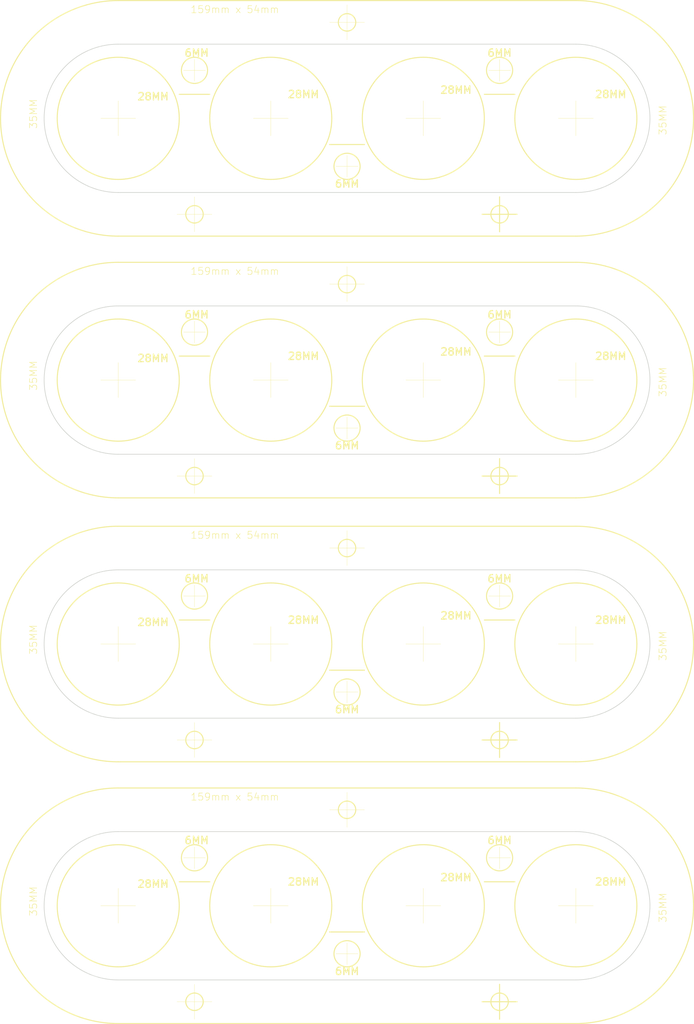
<source format=kicad_pcb>
(kicad_pcb
	(version 20241229)
	(generator "pcbnew")
	(generator_version "9.0")
	(general
		(thickness 1.6)
		(legacy_teardrops no)
	)
	(paper "A4")
	(layers
		(0 "F.Cu" signal)
		(2 "B.Cu" signal)
		(9 "F.Adhes" user "F.Adhesive")
		(11 "B.Adhes" user "B.Adhesive")
		(13 "F.Paste" user)
		(15 "B.Paste" user)
		(5 "F.SilkS" user "F.Silkscreen")
		(7 "B.SilkS" user "B.Silkscreen")
		(1 "F.Mask" user)
		(3 "B.Mask" user)
		(17 "Dwgs.User" user "User.Drawings")
		(19 "Cmts.User" user "User.Comments")
		(21 "Eco1.User" user "User.Eco1")
		(23 "Eco2.User" user "User.Eco2")
		(25 "Edge.Cuts" user)
		(27 "Margin" user)
		(31 "F.CrtYd" user "F.Courtyard")
		(29 "B.CrtYd" user "B.Courtyard")
		(35 "F.Fab" user)
		(33 "B.Fab" user)
		(39 "User.1" user)
		(41 "User.2" user)
		(43 "User.3" user)
		(45 "User.4" user)
	)
	(setup
		(pad_to_mask_clearance 0)
		(allow_soldermask_bridges_in_footprints no)
		(tenting front back)
		(pcbplotparams
			(layerselection 0x00000000_00000000_55555555_5755f5ff)
			(plot_on_all_layers_selection 0x00000000_00000000_00000000_00000000)
			(disableapertmacros no)
			(usegerberextensions no)
			(usegerberattributes yes)
			(usegerberadvancedattributes yes)
			(creategerberjobfile yes)
			(dashed_line_dash_ratio 12.000000)
			(dashed_line_gap_ratio 3.000000)
			(svgprecision 4)
			(plotframeref no)
			(mode 1)
			(useauxorigin no)
			(hpglpennumber 1)
			(hpglpenspeed 20)
			(hpglpendiameter 15.000000)
			(pdf_front_fp_property_popups yes)
			(pdf_back_fp_property_popups yes)
			(pdf_metadata yes)
			(pdf_single_document no)
			(dxfpolygonmode yes)
			(dxfimperialunits yes)
			(dxfusepcbnewfont yes)
			(psnegative no)
			(psa4output no)
			(plot_black_and_white yes)
			(sketchpadsonfab no)
			(plotpadnumbers no)
			(hidednponfab no)
			(sketchdnponfab yes)
			(crossoutdnponfab yes)
			(subtractmaskfromsilk no)
			(outputformat 1)
			(mirror no)
			(drillshape 1)
			(scaleselection 1)
			(outputdirectory "")
		)
	)
	(net 0 "")
	(gr_arc
		(start 201.0011 168.2536)
		(mid 228.0011 195.2536)
		(end 201.0011 222.2536)
		(stroke
			(width 0.254)
			(type solid)
		)
		(layer "F.SilkS")
		(uuid "003f3722-b5b8-42d3-b8ba-87330a556a11")
	)
	(gr_circle
		(center 96.0011 74.7536)
		(end 110.0011 74.7536)
		(stroke
			(width 0.254)
			(type solid)
		)
		(fill no)
		(layer "F.SilkS")
		(uuid "03fbe0d3-409e-4ecb-b92b-e27806a83b32")
	)
	(gr_line
		(start 113.5011 157.2536)
		(end 113.5011 161.2536)
		(stroke
			(width 0.0762)
			(type solid)
		)
		(layer "F.SilkS")
		(uuid "053957f1-6979-4a76-aa54-7942df8d5dc5")
	)
	(gr_line
		(start 144.5011 80.7536)
		(end 152.5011 80.7536)
		(stroke
			(width 0.254)
			(type solid)
		)
		(layer "F.SilkS")
		(uuid "07e7a6f1-c604-4adb-b071-d74191764c50")
	)
	(gr_line
		(start 148.5011 -7.2464)
		(end 152.5011 -7.2464)
		(stroke
			(width 0.0762)
			(type solid)
		)
		(layer "F.SilkS")
		(uuid "09515e87-2b03-46f9-844b-d89683a2d512")
	)
	(gr_circle
		(center 166.0011 135.2536)
		(end 180.0011 135.2536)
		(stroke
			(width 0.254)
			(type solid)
		)
		(fill no)
		(layer "F.SilkS")
		(uuid "0a3d3f33-e302-4087-b691-977ccbbf6d36")
	)
	(gr_circle
		(center 148.5011 25.7536)
		(end 151.5011 25.7536)
		(stroke
			(width 0.254)
			(type solid)
		)
		(fill no)
		(layer "F.SilkS")
		(uuid "0a6b00c4-d71c-4909-9df1-47b38215973f")
	)
	(gr_line
		(start 127.0011 74.7536)
		(end 135.0011 74.7536)
		(stroke
			(width 0.0762)
			(type solid)
		)
		(layer "F.SilkS")
		(uuid "0b7f3abb-88b2-4b2e-b2f6-82c6e09b9955")
	)
	(gr_circle
		(center 96.0011 14.7536)
		(end 110.0011 14.7536)
		(stroke
			(width 0.254)
			(type solid)
		)
		(fill no)
		(layer "F.SilkS")
		(uuid "0bb8d25f-d821-4a62-aeda-ce5c297dbf63")
	)
	(gr_circle
		(center 201.0011 195.2536)
		(end 215.0011 195.2536)
		(stroke
			(width 0.254)
			(type solid)
		)
		(fill no)
		(layer "F.SilkS")
		(uuid "0dc039b5-9cfe-48f9-9f51-e22861c423b9")
	)
	(gr_line
		(start 201.0011 168.2536)
		(end 96.0011 168.2536)
		(stroke
			(width 0.254)
			(type solid)
		)
		(layer "F.SilkS")
		(uuid "0ef68711-3c45-4871-8e30-29faed1ff33a")
	)
	(gr_line
		(start 113.5011 157.2536)
		(end 113.5011 153.2536)
		(stroke
			(width 0.0762)
			(type solid)
		)
		(layer "F.SilkS")
		(uuid "107cab2b-bd71-4ed6-b173-d23de43afc2e")
	)
	(gr_line
		(start 131.0011 78.7536)
		(end 131.0011 70.7536)
		(stroke
			(width 0.0762)
			(type solid)
		)
		(layer "F.SilkS")
		(uuid "108c92c2-c46d-4018-8918-7da53226b970")
	)
	(gr_line
		(start 92.0011 195.2536)
		(end 100.0011 195.2536)
		(stroke
			(width 0.0762)
			(type solid)
		)
		(layer "F.SilkS")
		(uuid "131d9315-f83a-4794-9b07-d23c5eb625a7")
	)
	(gr_line
		(start 110.0011 69.2536)
		(end 117.0011 69.2536)
		(stroke
			(width 0.254)
			(type solid)
		)
		(layer "F.SilkS")
		(uuid "13b2a7b5-ec2c-4ad7-9833-446a7e9fbe4d")
	)
	(gr_line
		(start 162.0011 74.7536)
		(end 170.0011 74.7536)
		(stroke
			(width 0.0762)
			(type solid)
		)
		(layer "F.SilkS")
		(uuid "13e42db6-5c33-4e21-a3a2-6e6c8bed7cb6")
	)
	(gr_circle
		(center 183.5011 217.2536)
		(end 185.5011 217.2536)
		(stroke
			(width 0.254)
			(type solid)
		)
		(fill no)
		(layer "F.SilkS")
		(uuid "14b238cd-3fc8-4a32-8503-38bf54f099b5")
	)
	(gr_line
		(start 111.0011 184.2536)
		(end 116.0011 184.2536)
		(stroke
			(width 0.0762)
			(type solid)
		)
		(layer "F.SilkS")
		(uuid "17286939-bec2-4166-b369-9422cee24bae")
	)
	(gr_line
		(start 117.5011 157.2536)
		(end 113.5011 157.2536)
		(stroke
			(width 0.0762)
			(type solid)
		)
		(layer "F.SilkS")
		(uuid "1911e1b2-7509-4045-a7ba-d794bc6907fb")
	)
	(gr_circle
		(center 183.5011 157.2536)
		(end 185.5011 157.2536)
		(stroke
			(width 0.254)
			(type solid)
		)
		(fill no)
		(layer "F.SilkS")
		(uuid "1a3728de-84f2-41ce-bbc9-9feb63eaaf82")
	)
	(gr_line
		(start 148.5011 113.2536)
		(end 152.5011 113.2536)
		(stroke
			(width 0.0762)
			(type solid)
		)
		(layer "F.SilkS")
		(uuid "1af89b0c-7b53-4209-8d91-5cd2f9f5f889")
	)
	(gr_line
		(start 148.5011 113.2536)
		(end 148.5011 117.2536)
		(stroke
			(width 0.0762)
			(type solid)
		)
		(layer "F.SilkS")
		(uuid "1b6c04e5-5cd1-45d4-8b2e-2aa2488abb28")
	)
	(gr_line
		(start 110.0011 129.7536)
		(end 117.0011 129.7536)
		(stroke
			(width 0.254)
			(type solid)
		)
		(layer "F.SilkS")
		(uuid "1c0fe677-20be-46b0-b3c7-eb802327436e")
	)
	(gr_circle
		(center 113.5011 157.2536)
		(end 115.5011 157.2536)
		(stroke
			(width 0.254)
			(type solid)
		)
		(fill no)
		(layer "F.SilkS")
		(uuid "1c4e894f-4e2b-405b-9643-6c6a9282aa89")
	)
	(gr_line
		(start 96.0011 199.2536)
		(end 96.0011 191.2536)
		(stroke
			(width 0.0762)
			(type solid)
		)
		(layer "F.SilkS")
		(uuid "1c6708fb-f614-4b3b-a1b8-4811f3aeecbc")
	)
	(gr_line
		(start 113.5011 96.7536)
		(end 113.5011 100.7536)
		(stroke
			(width 0.0762)
			(type solid)
		)
		(layer "F.SilkS")
		(uuid "1cbd2c78-2c08-4e18-aa32-3afd619aeee4")
	)
	(gr_line
		(start 166.0011 18.7536)
		(end 166.0011 10.7536)
		(stroke
			(width 0.0762)
			(type solid)
		)
		(layer "F.SilkS")
		(uuid "1f4687b1-122d-4df9-8a55-6440da70e39f")
	)
	(gr_line
		(start 96.0011 222.2536)
		(end 201.0011 222.2536)
		(stroke
			(width 0.254)
			(type solid)
		)
		(layer "F.SilkS")
		(uuid "20934163-7ace-4cfa-8ead-74d013218b7f")
	)
	(gr_line
		(start 113.5011 186.7536)
		(end 113.5011 181.7536)
		(stroke
			(width 0.0762)
			(type solid)
		)
		(layer "F.SilkS")
		(uuid "2220755a-711d-48c5-b321-855d98198050")
	)
	(gr_line
		(start 131.0011 199.2536)
		(end 131.0011 191.2536)
		(stroke
			(width 0.0762)
			(type solid)
		)
		(layer "F.SilkS")
		(uuid "225708f1-b8ac-44c5-873a-276849f6abf3")
	)
	(gr_circle
		(center 166.0011 14.7536)
		(end 180.0011 14.7536)
		(stroke
			(width 0.254)
			(type solid)
		)
		(fill no)
		(layer "F.SilkS")
		(uuid "22da9563-fece-475a-9ca2-3bd67752eadb")
	)
	(gr_arc
		(start 96.0011 101.7536)
		(mid 69.0011 74.7536)
		(end 96.0011 47.7536)
		(stroke
			(width 0.254)
			(type solid)
		)
		(layer "F.SilkS")
		(uuid "246fec4e-7d2a-4306-8940-8c63c7b027b6")
	)
	(gr_arc
		(start 201.0011 108.2536)
		(mid 228.0011 135.2536)
		(end 201.0011 162.2536)
		(stroke
			(width 0.254)
			(type solid)
		)
		(layer "F.SilkS")
		(uuid "259b2150-386d-4b09-8c9c-bd403aab04a5")
	)
	(gr_line
		(start 117.5011 96.7536)
		(end 113.5011 96.7536)
		(stroke
			(width 0.0762)
			(type solid)
		)
		(layer "F.SilkS")
		(uuid "28b95e05-b12c-4a6d-81c4-80c9507c7447")
	)
	(gr_line
		(start 183.5011 157.2536)
		(end 179.5011 157.2536)
		(stroke
			(width 0.254)
			(type solid)
		)
		(layer "F.SilkS")
		(uuid "2e0738e5-4174-4d33-8806-01f8321d59c1")
	)
	(gr_line
		(start 166.0011 139.2536)
		(end 166.0011 131.2536)
		(stroke
			(width 0.0762)
			(type solid)
		)
		(layer "F.SilkS")
		(uuid "2f411894-1c86-4f18-a50c-871fe6c029a7")
	)
	(gr_line
		(start 201.0011 139.2536)
		(end 201.0011 131.2536)
		(stroke
			(width 0.0762)
			(type solid)
		)
		(layer "F.SilkS")
		(uuid "311d72d4-d88d-4680-adc1-586249f85d84")
	)
	(gr_line
		(start 113.5011 36.7536)
		(end 109.5011 36.7536)
		(stroke
			(width 0.0762)
			(type solid)
		)
		(layer "F.SilkS")
		(uuid "3451a833-c5de-4f50-a255-cc0205bca3ae")
	)
	(gr_line
		(start 148.5011 173.2536)
		(end 148.5011 169.2536)
		(stroke
			(width 0.0762)
			(type solid)
		)
		(layer "F.SilkS")
		(uuid "38a75d75-4c7f-44b9-ba20-093ed0c49743")
	)
	(gr_line
		(start 183.5011 96.7536)
		(end 179.5011 96.7536)
		(stroke
			(width 0.254)
			(type solid)
		)
		(layer "F.SilkS")
		(uuid "3b1bd83f-e35f-447b-b7b0-0d349feb32e3")
	)
	(gr_line
		(start 183.5011 121.7536)
		(end 183.5011 126.7536)
		(stroke
			(width 0.0762)
			(type solid)
		)
		(layer "F.SilkS")
		(uuid "3bb09b49-9e0f-4e26-8dcd-d1e21d5d129f")
	)
	(gr_line
		(start 113.5011 217.2536)
		(end 109.5011 217.2536)
		(stroke
			(width 0.0762)
			(type solid)
		)
		(layer "F.SilkS")
		(uuid "3f460d40-46ea-4ffd-906a-1fac6c73ed88")
	)
	(gr_line
		(start 113.5011 66.2536)
		(end 113.5011 61.2536)
		(stroke
			(width 0.0762)
			(type solid)
		)
		(layer "F.SilkS")
		(uuid "409a52e6-a61b-4e47-acb9-355d84bb492b")
	)
	(gr_line
		(start 92.0011 74.7536)
		(end 100.0011 74.7536)
		(stroke
			(width 0.0762)
			(type solid)
		)
		(layer "F.SilkS")
		(uuid "4142d9af-fec2-4dcb-a4de-a68d3518c4fd")
	)
	(gr_circle
		(center 183.5011 184.2536)
		(end 186.5011 184.2536)
		(stroke
			(width 0.254)
			(type solid)
		)
		(fill no)
		(layer "F.SilkS")
		(uuid "41e5f00f-22ed-431b-a9ac-2bcd15a63d35")
	)
	(gr_line
		(start 183.5011 100.7536)
		(end 183.5011 96.7536)
		(stroke
			(width 0.254)
			(type solid)
		)
		(layer "F.SilkS")
		(uuid "43077b97-aa5c-4fee-9554-323c88fbe896")
	)
	(gr_line
		(start 96.0011 162.2536)
		(end 201.0011 162.2536)
		(stroke
			(width 0.254)
			(type solid)
		)
		(layer "F.SilkS")
		(uuid "43aba7aa-4030-4b63-8fa1-df7a4ef144ba")
	)
	(gr_line
		(start 113.5011 96.7536)
		(end 113.5011 92.7536)
		(stroke
			(width 0.0762)
			(type solid)
		)
		(layer "F.SilkS")
		(uuid "4678c473-7a4b-40c2-85da-9353fc83a610")
	)
	(gr_line
		(start 183.5011 36.7536)
		(end 183.5011 32.7536)
		(stroke
			(width 0.254)
			(type solid)
		)
		(layer "F.SilkS")
		(uuid "469622e2-94d9-4aec-8b2b-1788b6df87dd")
	)
	(gr_line
		(start 113.5011 157.2536)
		(end 109.5011 157.2536)
		(stroke
			(width 0.0762)
			(type solid)
		)
		(layer "F.SilkS")
		(uuid "47e677f6-cf60-4a57-ac46-cc6c7f1eba07")
	)
	(gr_arc
		(start 201.0011 47.7536)
		(mid 228.0011 74.7536)
		(end 201.0011 101.7536)
		(stroke
			(width 0.254)
			(type solid)
		)
		(layer "F.SilkS")
		(uuid "49ef935e-0eef-4294-9ed9-d48bfc3897b0")
	)
	(gr_line
		(start 162.0011 195.2536)
		(end 170.0011 195.2536)
		(stroke
			(width 0.0762)
			(type solid)
		)
		(layer "F.SilkS")
		(uuid "4a25bb77-a982-41a3-b8de-58806b0225ea")
	)
	(gr_line
		(start 181.0011 63.7536)
		(end 186.0011 63.7536)
		(stroke
			(width 0.0762)
			(type solid)
		)
		(layer "F.SilkS")
		(uuid "4bd93c82-7349-4930-863f-4f84b4b242c0")
	)
	(gr_line
		(start 148.5011 -7.2464)
		(end 148.5011 -3.2464)
		(stroke
			(width 0.0762)
			(type solid)
		)
		(layer "F.SilkS")
		(uuid "4d568023-c3c8-45bc-bce7-67af115aa4bf")
	)
	(gr_line
		(start 183.5011 96.7536)
		(end 183.5011 92.7536)
		(stroke
			(width 0.254)
			(type solid)
		)
		(layer "F.SilkS")
		(uuid "4fbcc565-70a7-4813-a59f-095ce9afa32c")
	)
	(gr_circle
		(center 113.5011 184.2536)
		(end 116.5011 184.2536)
		(stroke
			(width 0.254)
			(type solid)
		)
		(fill no)
		(layer "F.SilkS")
		(uuid "50565e4b-4863-4dbc-8b2c-6f0cfc49f224")
	)
	(gr_circle
		(center 201.0011 135.2536)
		(end 215.0011 135.2536)
		(stroke
			(width 0.254)
			(type solid)
		)
		(fill no)
		(layer "F.SilkS")
		(uuid "5184c75c-61c0-4903-b125-20c7522bb0dd")
	)
	(gr_line
		(start 110.0011 9.2536)
		(end 117.0011 9.2536)
		(stroke
			(width 0.254)
			(type solid)
		)
		(layer "F.SilkS")
		(uuid "53ff1da1-6022-4279-9f3a-1ced6669dffa")
	)
	(gr_circle
		(center 113.5011 36.7536)
		(end 115.5011 36.7536)
		(stroke
			(width 0.254)
			(type solid)
		)
		(fill no)
		(layer "F.SilkS")
		(uuid "56466d7a-b2d7-4306-abef-0a0b4b4678a9")
	)
	(gr_circle
		(center 183.5011 3.7536)
		(end 186.5011 3.7536)
		(stroke
			(width 0.254)
			(type solid)
		)
		(fill no)
		(layer "F.SilkS")
		(uuid "56827d67-5889-42ad-865a-7d1c206efeac")
	)
	(gr_line
		(start 148.5011 203.7536)
		(end 148.5011 208.7536)
		(stroke
			(width 0.0762)
			(type solid)
		)
		(layer "F.SilkS")
		(uuid "57f3a88d-b560-4d2b-8752-9746931142ab")
	)
	(gr_circle
		(center 113.5011 63.7536)
		(end 116.5011 63.7536)
		(stroke
			(width 0.254)
			(type solid)
		)
		(fill no)
		(layer "F.SilkS")
		(uuid "596891d7-4de1-4674-ad0c-067e16d09d91")
	)
	(gr_line
		(start 201.0011 18.7536)
		(end 201.0011 10.7536)
		(stroke
			(width 0.0762)
			(type solid)
		)
		(layer "F.SilkS")
		(uuid "5987871a-7ce6-49a5-ab40-5bc50051d970")
	)
	(gr_line
		(start 111.0011 3.7536)
		(end 116.0011 3.7536)
		(stroke
			(width 0.0762)
			(type solid)
		)
		(layer "F.SilkS")
		(uuid "5a8b3511-4dd8-4bf6-bf39-6f997440cc12")
	)
	(gr_line
		(start 197.0011 135.2536)
		(end 205.0011 135.2536)
		(stroke
			(width 0.0762)
			(type solid)
		)
		(layer "F.SilkS")
		(uuid "5bdbe8e2-c468-459b-9776-53dc5e1b85c2")
	)
	(gr_circle
		(center 166.0011 74.7536)
		(end 180.0011 74.7536)
		(stroke
			(width 0.254)
			(type solid)
		)
		(fill no)
		(layer "F.SilkS")
		(uuid "5d7a68cf-115f-475b-ba16-308d20442cc0")
	)
	(gr_line
		(start 144.5011 20.7536)
		(end 152.5011 20.7536)
		(stroke
			(width 0.254)
			(type solid)
		)
		(layer "F.SilkS")
		(uuid "5de1bd4c-6844-4571-a5cc-b331770b6988")
	)
	(gr_line
		(start 113.5011 96.7536)
		(end 109.5011 96.7536)
		(stroke
			(width 0.0762)
			(type solid)
		)
		(layer "F.SilkS")
		(uuid "5e4aac8c-26d6-4a13-a7cb-1c006050696c")
	)
	(gr_line
		(start 201.0011 47.7536)
		(end 96.0011 47.7536)
		(stroke
			(width 0.254)
			(type solid)
		)
		(layer "F.SilkS")
		(uuid "6082ded4-5955-484a-8f49-f0aa20bef517")
	)
	(gr_circle
		(center 113.5011 96.7536)
		(end 115.5011 96.7536)
		(stroke
			(width 0.254)
			(type solid)
		)
		(fill no)
		(layer "F.SilkS")
		(uuid "60f621f3-eb31-427f-b299-498a4df07705")
	)
	(gr_line
		(start 180.0011 69.2536)
		(end 187.0011 69.2536)
		(stroke
			(width 0.254)
			(type solid)
		)
		(layer "F.SilkS")
		(uuid "611dd888-beb1-4d70-b3fe-373d4fa8a745")
	)
	(gr_line
		(start 148.5011 -7.2464)
		(end 144.5011 -7.2464)
		(stroke
			(width 0.0762)
			(type solid)
		)
		(layer "F.SilkS")
		(uuid "626448e7-d570-4d69-bcb9-e8723d9eeeec")
	)
	(gr_line
		(start 144.5011 141.2536)
		(end 152.5011 141.2536)
		(stroke
			(width 0.254)
			(type solid)
		)
		(layer "F.SilkS")
		(uuid "62eedf16-d73f-405c-972e-d001fc43f21b")
	)
	(gr_line
		(start 127.0011 14.7536)
		(end 135.0011 14.7536)
		(stroke
			(width 0.0762)
			(type solid)
		)
		(layer "F.SilkS")
		(uuid "67cb12f4-f99b-4d44-b036-c2786ef1b7cf")
	)
	(gr_line
		(start 201.0011 199.2536)
		(end 201.0011 191.2536)
		(stroke
			(width 0.0762)
			(type solid)
		)
		(layer "F.SilkS")
		(uuid "6c1b06eb-1904-49b7-98d3-e5cae0917c59")
	)
	(gr_line
		(start 92.0011 135.2536)
		(end 100.0011 135.2536)
		(stroke
			(width 0.0762)
			(type solid)
		)
		(layer "F.SilkS")
		(uuid "6c7a49d8-af87-41cf-89e8-1fd88e94ecd8")
	)
	(gr_line
		(start 127.0011 195.2536)
		(end 135.0011 195.2536)
		(stroke
			(width 0.0762)
			(type solid)
		)
		(layer "F.SilkS")
		(uuid "6e1f16e0-6cb9-4bab-8aaf-80da0196b591")
	)
	(gr_circle
		(center 131.0011 74.7536)
		(end 145.0011 74.7536)
		(stroke
			(width 0.254)
			(type solid)
		)
		(fill no)
		(layer "F.SilkS")
		(uuid "709f28c7-069d-488c-9438-b16d22230748")
	)
	(gr_line
		(start 146.0011 25.7536)
		(end 151.0011 25.7536)
		(stroke
			(width 0.0762)
			(type solid)
		)
		(layer "F.SilkS")
		(uuid "72bfe446-1160-40a8-a3b3-9869c4b697eb")
	)
	(gr_circle
		(center 113.5011 124.2536)
		(end 116.5011 124.2536)
		(stroke
			(width 0.254)
			(type solid)
		)
		(fill no)
		(layer "F.SilkS")
		(uuid "7378e768-5750-47bb-ba4b-5dbc6eba3e0b")
	)
	(gr_line
		(start 146.0011 206.2536)
		(end 151.0011 206.2536)
		(stroke
			(width 0.0762)
			(type solid)
		)
		(layer "F.SilkS")
		(uuid "746cb2f3-4b7b-467d-9723-51d5c8db6f79")
	)
	(gr_line
		(start 111.0011 63.7536)
		(end 116.0011 63.7536)
		(stroke
			(width 0.0762)
			(type solid)
		)
		(layer "F.SilkS")
		(uuid "74736524-0edb-48b6-b1d9-82eac6e77d5c")
	)
	(gr_line
		(start 113.5011 6.2536)
		(end 113.5011 1.2536)
		(stroke
			(width 0.0762)
			(type solid)
		)
		(layer "F.SilkS")
		(uuid "7521268f-b915-4ec1-9aa1-8fd09b066938")
	)
	(gr_line
		(start 113.5011 36.7536)
		(end 113.5011 40.7536)
		(stroke
			(width 0.0762)
			(type solid)
		)
		(layer "F.SilkS")
		(uuid "754725a2-29e9-42b6-88b6-b4f9ad7eb3d7")
	)
	(gr_line
		(start 96.0011 101.7536)
		(end 201.0011 101.7536)
		(stroke
			(width 0.254)
			(type solid)
		)
		(layer "F.SilkS")
		(uuid "76595d11-e60f-4fbb-93d3-01086bc6f771")
	)
	(gr_line
		(start 183.5011 217.2536)
		(end 183.5011 213.2536)
		(stroke
			(width 0.254)
			(type solid)
		)
		(layer "F.SilkS")
		(uuid "79188cdb-5999-49a0-810f-1c393964f255")
	)
	(gr_line
		(start 113.5011 217.2536)
		(end 113.5011 221.2536)
		(stroke
			(width 0.0762)
			(type solid)
		)
		(layer "F.SilkS")
		(uuid "7937f633-00a2-4b5b-89c9-9a5c78176444")
	)
	(gr_circle
		(center 183.5011 36.7536)
		(end 185.5011 36.7536)
		(stroke
			(width 0.254)
			(type solid)
		)
		(fill no)
		(layer "F.SilkS")
		(uuid "7c2a61d3-5aa9-499f-adc0-a2cd95ab905d")
	)
	(gr_line
		(start 183.5011 157.2536)
		(end 187.5011 157.2536)
		(stroke
			(width 0.254)
			(type solid)
		)
		(layer "F.SilkS")
		(uuid "7c50b72d-9fec-4bba-95fa-01b85c4090f4")
	)
	(gr_line
		(start 131.0011 139.2536)
		(end 131.0011 131.2536)
		(stroke
			(width 0.0762)
			(type solid)
		)
		(layer "F.SilkS")
		(uuid "7c94648b-0224-47e8-9859-4dc73467e0d3")
	)
	(gr_line
		(start 201.0011 -12.2464)
		(end 96.0011 -12.2464)
		(stroke
			(width 0.254)
			(type solid)
		)
		(layer "F.SilkS")
		(uuid "7fd1ea20-5da2-42d0-8e3c-54a12313d460")
	)
	(gr_circle
		(center 96.0011 135.2536)
		(end 110.0011 135.2536)
		(stroke
			(width 0.254)
			(type solid)
		)
		(fill no)
		(layer "F.SilkS")
		(uuid "816edc73-3f6a-4cca-945b-28c0099619b7")
	)
	(gr_line
		(start 180.0011 129.7536)
		(end 187.0011 129.7536)
		(stroke
			(width 0.254)
			(type solid)
		)
		(layer "F.SilkS")
		(uuid "82a86123-f466-4a5f-bb6e-8ceacaa9c63d")
	)
	(gr_circle
		(center 113.5011 3.7536)
		(end 116.5011 3.7536)
		(stroke
			(width 0.254)
			(type solid)
		)
		(fill no)
		(layer "F.SilkS")
		(uuid "82e9d1d1-c0b3-4422-908a-b04cbca43cc8")
	)
	(gr_line
		(start 183.5011 217.2536)
		(end 187.5011 217.2536)
		(stroke
			(width 0.254)
			(type solid)
		)
		(layer "F.SilkS")
		(uuid "8ac762c3-e168-46c7-8aed-13d6e9e44dab")
	)
	(gr_line
		(start 146.0011 85.7536)
		(end 151.0011 85.7536)
		(stroke
			(width 0.0762)
			(type solid)
		)
		(layer "F.SilkS")
		(uuid "8bbeb4df-c8ca-4c5e-a8bf-a8a3208893e9")
	)
	(gr_line
		(start 181.0011 184.2536)
		(end 186.0011 184.2536)
		(stroke
			(width 0.0762)
			(type solid)
		)
		(layer "F.SilkS")
		(uuid "8c82c651-8c65-44a5-95ca-fe2d727cf299")
	)
	(gr_line
		(start 166.0011 199.2536)
		(end 166.0011 191.2536)
		(stroke
			(width 0.0762)
			(type solid)
		)
		(layer "F.SilkS")
		(uuid "8d8dd87e-0b4d-4d09-94e4-659f40e450a7")
	)
	(gr_line
		(start 183.5011 61.2536)
		(end 183.5011 66.2536)
		(stroke
			(width 0.0762)
			(type solid)
		)
		(layer "F.SilkS")
		(uuid "8e835e97-1dc9-4845-bf74-bdc9afca72da")
	)
	(gr_arc
		(start 96.0011 162.2536)
		(mid 69.0011 135.2536)
		(end 96.0011 108.2536)
		(stroke
			(width 0.254)
			(type solid)
		)
		(layer "F.SilkS")
		(uuid "8f6b7179-7fe4-4981-b537-f102080459ea")
	)
	(gr_line
		(start 183.5011 157.2536)
		(end 183.5011 153.2536)
		(stroke
			(width 0.254)
			(type solid)
		)
		(layer "F.SilkS")
		(uuid "9007ab52-d146-4eb6-a04b-c21db540d031")
	)
	(gr_line
		(start 148.5011 52.7536)
		(end 148.5011 48.7536)
		(stroke
			(width 0.0762)
			(type solid)
		)
		(layer "F.SilkS")
		(uuid "9495620e-7381-4002-ae5a-9df60d468327")
	)
	(gr_line
		(start 181.0011 124.2536)
		(end 186.0011 124.2536)
		(stroke
			(width 0.0762)
			(type solid)
		)
		(layer "F.SilkS")
		(uuid "94d3b1e7-bcf5-4184-b1d5-40d27e5fa9d2")
	)
	(gr_circle
		(center 113.5011 217.2536)
		(end 115.5011 217.2536)
		(stroke
			(width 0.254)
			(type solid)
		)
		(fill no)
		(layer "F.SilkS")
		(uuid "957d49e5-ac61-45a1-b41a-3e293ab5e094")
	)
	(gr_circle
		(center 183.5011 96.7536)
		(end 185.5011 96.7536)
		(stroke
			(width 0.254)
			(type solid)
		)
		(fill no)
		(layer "F.SilkS")
		(uuid "95be2715-71c9-40e0-bc12-4589782194cd")
	)
	(gr_line
		(start 162.0011 14.7536)
		(end 170.0011 14.7536)
		(stroke
			(width 0.0762)
			(type solid)
		)
		(layer "F.SilkS")
		(uuid "97535ccd-2ff3-4df8-9007-7e0a58878b3b")
	)
	(gr_line
		(start 111.0011 124.2536)
		(end 116.0011 124.2536)
		(stroke
			(width 0.0762)
			(type solid)
		)
		(layer "F.SilkS")
		(uuid "97fbc3e8-79cd-4329-b572-4fb7dd798b19")
	)
	(gr_circle
		(center 201.0011 14.7536)
		(end 215.0011 14.7536)
		(stroke
			(width 0.254)
			(type solid)
		)
		(fill no)
		(layer "F.SilkS")
		(uuid "9bc14f97-ea12-44cf-b64d-025fd5240b8b")
	)
	(gr_circle
		(center 131.0011 135.2536)
		(end 145.0011 135.2536)
		(stroke
			(width 0.254)
			(type solid)
		)
		(fill no)
		(layer "F.SilkS")
		(uuid "9c5f6e32-1db7-42bd-9f1f-d79ada5a161f")
	)
	(gr_line
		(start 181.0011 3.7536)
		(end 186.0011 3.7536)
		(stroke
			(width 0.0762)
			(type solid)
		)
		(layer "F.SilkS")
		(uuid "9f63c2f6-afa7-459e-b6b5-f7a2aa44a21e")
	)
	(gr_arc
		(start 96.0011 222.2536)
		(mid 69.0011 195.2536)
		(end 96.0011 168.2536)
		(stroke
			(width 0.254)
			(type solid)
		)
		(layer "F.SilkS")
		(uuid "a11ecd84-b902-4868-ac93-450db2e4e335")
	)
	(gr_line
		(start 183.5011 96.7536)
		(end 187.5011 96.7536)
		(stroke
			(width 0.254)
			(type solid)
		)
		(layer "F.SilkS")
		(uuid "a30053c6-9c52-4284-ab44-fad762c8bfa9")
	)
	(gr_line
		(start 183.5011 221.2536)
		(end 183.5011 217.2536)
		(stroke
			(width 0.254)
			(type solid)
		)
		(layer "F.SilkS")
		(uuid "a98c1b82-6146-41c1-a49e-05127d7a7568")
	)
	(gr_line
		(start 162.0011 135.2536)
		(end 170.0011 135.2536)
		(stroke
			(width 0.0762)
			(type solid)
		)
		(layer "F.SilkS")
		(uuid "abfce7d5-0adc-4efa-968d-ad9eb94134f1")
	)
	(gr_arc
		(start 96.0011 41.7536)
		(mid 69.0011 14.7536)
		(end 96.0011 -12.2464)
		(stroke
			(width 0.254)
			(type solid)
		)
		(layer "F.SilkS")
		(uuid "ad0d6f22-ba80-4f38-bcf0-ca580c32c224")
	)
	(gr_line
		(start 96.0011 78.7536)
		(end 96.0011 70.7536)
		(stroke
			(width 0.0762)
			(type solid)
		)
		(layer "F.SilkS")
		(uuid "ad2e1607-4c1b-49df-99ac-7d67134a36fb")
	)
	(gr_line
		(start 201.0011 78.7536)
		(end 201.0011 70.7536)
		(stroke
			(width 0.0762)
			(type solid)
		)
		(layer "F.SilkS")
		(uuid "aedb220a-dcd4-4099-b6ec-54977d315719")
	)
	(gr_line
		(start 131.0011 18.7536)
		(end 131.0011 10.7536)
		(stroke
			(width 0.0762)
			(type solid)
		)
		(layer "F.SilkS")
		(uuid "af381ca1-08e7-47db-b983-44fa7a9b636f")
	)
	(gr_line
		(start 117.5011 217.2536)
		(end 113.5011 217.2536)
		(stroke
			(width 0.0762)
			(type solid)
		)
		(layer "F.SilkS")
		(uuid "b3ab7a49-b5c3-4f3b-a1b6-d1120d767e98")
	)
	(gr_line
		(start 148.5011 52.7536)
		(end 152.5011 52.7536)
		(stroke
			(width 0.0762)
			(type solid)
		)
		(layer "F.SilkS")
		(uuid "b3b445cc-9843-4022-8f22-5076f346b370")
	)
	(gr_line
		(start 201.0011 108.2536)
		(end 96.0011 108.2536)
		(stroke
			(width 0.254)
			(type solid)
		)
		(layer "F.SilkS")
		(uuid "b62badff-2895-4b0e-9bd3-dde733b20037")
	)
	(gr_line
		(start 113.5011 126.7536)
		(end 113.5011 121.7536)
		(stroke
			(width 0.0762)
			(type solid)
		)
		(layer "F.SilkS")
		(uuid "b7813d37-6f4b-4053-b98d-4967af62088e")
	)
	(gr_line
		(start 113.5011 36.7536)
		(end 113.5011 32.7536)
		(stroke
			(width 0.0762)
			(type solid)
		)
		(layer "F.SilkS")
		(uuid "b8bd29ab-2d04-4d6c-b354-b943610234fd")
	)
	(gr_line
		(start 148.5011 -7.2464)
		(end 148.5011 -11.2464)
		(stroke
			(width 0.0762)
			(type solid)
		)
		(layer "F.SilkS")
		(uuid "ba47156a-854d-4d2a-8256-5dd9716c4e0b")
	)
	(gr_line
		(start 148.5011 52.7536)
		(end 148.5011 56.7536)
		(stroke
			(width 0.0762)
			(type solid)
		)
		(layer "F.SilkS")
		(uuid "bb309160-70b3-46d0-b761-777bbada54da")
	)
	(gr_line
		(start 180.0011 9.2536)
		(end 187.0011 9.2536)
		(stroke
			(width 0.254)
			(type solid)
		)
		(layer "F.SilkS")
		(uuid "bcd5a070-e970-48a6-be66-91afdcb58e45")
	)
	(gr_line
		(start 183.5011 36.7536)
		(end 187.5011 36.7536)
		(stroke
			(width 0.254)
			(type solid)
		)
		(layer "F.SilkS")
		(uuid "be706221-2367-4002-9eb5-72ae06db787e")
	)
	(gr_line
		(start 92.0011 14.7536)
		(end 100.0011 14.7536)
		(stroke
			(width 0.0762)
			(type solid)
		)
		(layer "F.SilkS")
		(uuid "becd4c37-730f-458e-8ee0-d3541fee65bb")
	)
	(gr_line
		(start 183.5011 217.2536)
		(end 179.5011 217.2536)
		(stroke
			(width 0.254)
			(type solid)
		)
		(layer "F.SilkS")
		(uuid "c0e32749-87cb-4eab-8238-ed4ff363046b")
	)
	(gr_line
		(start 110.0011 189.7536)
		(end 117.0011 189.7536)
		(stroke
			(width 0.254)
			(type solid)
		)
		(layer "F.SilkS")
		(uuid "c328f1f3-b377-43fe-96b7-5bfd49476384")
	)
	(gr_line
		(start 183.5011 40.7536)
		(end 183.5011 36.7536)
		(stroke
			(width 0.254)
			(type solid)
		)
		(layer "F.SilkS")
		(uuid "c42e2ec1-f989-409a-80bb-14190fbf688d")
	)
	(gr_line
		(start 183.5011 36.7536)
		(end 179.5011 36.7536)
		(stroke
			(width 0.254)
			(type solid)
		)
		(layer "F.SilkS")
		(uuid "c5e57060-e19e-4c19-8640-2993d6a3e1c8")
	)
	(gr_circle
		(center 148.5011 -7.2464)
		(end 150.5011 -7.2464)
		(stroke
			(width 0.254)
			(type solid)
		)
		(fill no)
		(layer "F.SilkS")
		(uuid "c9780b38-bd18-4a32-aacb-3532c0b651a1")
	)
	(gr_line
		(start 96.0011 41.7536)
		(end 201.0011 41.7536)
		(stroke
			(width 0.254)
			(type solid)
		)
		(layer "F.SilkS")
		(uuid "cc7db2c2-c344-4c3c-ad4b-685f987460da")
	)
	(gr_circle
		(center 183.5011 63.7536)
		(end 186.5011 63.7536)
		(stroke
			(width 0.254)
			(type solid)
		)
		(fill no)
		(layer "F.SilkS")
		(uuid "cc8db595-d41b-470f-983d-64291c5af1c9")
	)
	(gr_circle
		(center 166.0011 195.2536)
		(end 180.0011 195.2536)
		(stroke
			(width 0.254)
			(type solid)
		)
		(fill no)
		(layer "F.SilkS")
		(uuid "ce97925b-c68e-41b8-8bdf-40b42de8fff5")
	)
	(gr_line
		(start 197.0011 74.7536)
		(end 205.0011 74.7536)
		(stroke
			(width 0.0762)
			(type solid)
		)
		(layer "F.SilkS")
		(uuid "d059261e-c8ea-42ab-ad91-7d8a0d35f1b3")
	)
	(gr_line
		(start 148.5011 83.2536)
		(end 148.5011 88.2536)
		(stroke
			(width 0.0762)
			(type solid)
		)
		(layer "F.SilkS")
		(uuid "d05c6f58-d25c-4b4d-bd7b-567197ef7d1d")
	)
	(gr_circle
		(center 96.0011 195.2536)
		(end 110.0011 195.2536)
		(stroke
			(width 0.254)
			(type solid)
		)
		(fill no)
		(layer "F.SilkS")
		(uuid "d068b822-4668-4d49-8437-3ec172ec3252")
	)
	(gr_line
		(start 148.5011 23.2536)
		(end 148.5011 28.2536)
		(stroke
			(width 0.0762)
			(type solid)
		)
		(layer "F.SilkS")
		(uuid "d5573363-b8d4-431c-9f51-93bd80d04cd9")
	)
	(gr_line
		(start 197.0011 14.7536)
		(end 205.0011 14.7536)
		(stroke
			(width 0.0762)
			(type solid)
		)
		(layer "F.SilkS")
		(uuid "d58b32a4-a83b-41d4-a8a1-bfe603804ea6")
	)
	(gr_line
		(start 146.0011 146.2536)
		(end 151.0011 146.2536)
		(stroke
			(width 0.0762)
			(type solid)
		)
		(layer "F.SilkS")
		(uuid "d83d2773-0b85-466e-8517-f2c6f268bfb9")
	)
	(gr_circle
		(center 148.5011 146.2536)
		(end 151.5011 146.2536)
		(stroke
			(width 0.254)
			(type solid)
		)
		(fill no)
		(layer "F.SilkS")
		(uuid "d9fcff04-0017-47f2-b79f-461d7361ecfe")
	)
	(gr_line
		(start 148.5011 113.2536)
		(end 148.5011 109.2536)
		(stroke
			(width 0.0762)
			(type solid)
		)
		(layer "F.SilkS")
		(uuid "db4bae2d-e52a-41af-a040-d11fa3a5fea9")
	)
	(gr_line
		(start 96.0011 139.2536)
		(end 96.0011 131.2536)
		(stroke
			(width 0.0762)
			(type solid)
		)
		(layer "F.SilkS")
		(uuid "db58bedf-7561-47e0-a376-0d58d86c93d9")
	)
	(gr_circle
		(center 148.5011 173.2536)
		(end 150.5011 173.2536)
		(stroke
			(width 0.254)
			(type solid)
		)
		(fill no)
		(layer "F.SilkS")
		(uuid "dbdfdf6b-f0d1-4113-83d5-995f32af0bcb")
	)
	(gr_circle
		(center 148.5011 52.7536)
		(end 150.5011 52.7536)
		(stroke
			(width 0.254)
			(type solid)
		)
		(fill no)
		(layer "F.SilkS")
		(uuid "dbf73f48-86e1-4453-bba3-f53b7b9acd7e")
	)
	(gr_line
		(start 148.5011 52.7536)
		(end 144.5011 52.7536)
		(stroke
			(width 0.0762)
			(type solid)
		)
		(layer "F.SilkS")
		(uuid "ddc7347b-6279-48f5-b883-3f185c8f864d")
	)
	(gr_circle
		(center 201.0011 74.7536)
		(end 215.0011 74.7536)
		(stroke
			(width 0.254)
			(type solid)
		)
		(fill no)
		(layer "F.SilkS")
		(uuid "de2cf3b2-6d75-42bb-a78f-234037a93520")
	)
	(gr_line
		(start 183.5011 1.2536)
		(end 183.5011 6.2536)
		(stroke
			(width 0.0762)
			(type solid)
		)
		(layer "F.SilkS")
		(uuid "def2bca2-7071-4282-8d24-f5e60fdeeb1b")
	)
	(gr_line
		(start 183.5011 181.7536)
		(end 183.5011 186.7536)
		(stroke
			(width 0.0762)
			(type solid)
		)
		(layer "F.SilkS")
		(uuid "def30bf6-1b33-4032-a230-3458e4c24778")
	)
	(gr_line
		(start 148.5011 173.2536)
		(end 152.5011 173.2536)
		(stroke
			(width 0.0762)
			(type solid)
		)
		(layer "F.SilkS")
		(uuid "e35d288e-2e61-4f91-a0fb-7f7e5b8b9ad9")
	)
	(gr_circle
		(center 148.5011 206.2536)
		(end 151.5011 206.2536)
		(stroke
			(width 0.254)
			(type solid)
		)
		(fill no)
		(layer "F.SilkS")
		(uuid "e4e4dba7-4861-4e4a-bb9e-c0193165a8a9")
	)
	(gr_line
		(start 148.5011 143.7536)
		(end 148.5011 148.7536)
		(stroke
			(width 0.0762)
			(type solid)
		)
		(layer "F.SilkS")
		(uuid "e78b96eb-c108-40ca-8c4f-2b35a2887331")
	)
	(gr_line
		(start 117.5011 36.7536)
		(end 113.5011 36.7536)
		(stroke
			(width 0.0762)
			(type solid)
		)
		(layer "F.SilkS")
		(uuid "e79507f4-a0ad-4655-ab02-21248a5bd4b6")
	)
	(gr_line
		(start 148.5011 113.2536)
		(end 144.5011 113.2536)
		(stroke
			(width 0.0762)
			(type solid)
		)
		(layer "F.SilkS")
		(uuid "e924674d-6cce-4da3-834f-7509c930142c")
	)
	(gr_arc
		(start 201.0011 -12.2464)
		(mid 228.0011 14.7536)
		(end 201.0011 41.7536)
		(stroke
			(width 0.254)
			(type solid)
		)
		(layer "F.SilkS")
		(uuid "ea078324-1683-4a82-a908-b38d699fcc17")
	)
	(gr_circle
		(center 131.0011 14.7536)
		(end 145.0011 14.7536)
		(stroke
			(width 0.254)
			(type solid)
		)
		(fill no)
		(layer "F.SilkS")
		(uuid "eaa2e8ef-f454-41b2-aaa7-98b1dfa6e429")
	)
	(gr_line
		(start 180.0011 189.7536)
		(end 187.0011 189.7536)
		(stroke
			(width 0.254)
			(type solid)
		)
		(layer "F.SilkS")
		(uuid "eae7641e-5a50-4971-9e9b-e9ac893bbcfd")
	)
	(gr_circle
		(center 183.5011 124.2536)
		(end 186.5011 124.2536)
		(stroke
			(width 0.254)
			(type solid)
		)
		(fill no)
		(layer "F.SilkS")
		(uuid "ebc955b4-ebfd-4dc6-837a-a8ade0a80322")
	)
	(gr_line
		(start 166.0011 78.7536)
		(end 166.0011 70.7536)
		(stroke
			(width 0.0762)
			(type solid)
		)
		(layer "F.SilkS")
		(uuid "ec7b5d71-3dca-4302-8cc4-9b3e8a99d60f")
	)
	(gr_line
		(start 183.5011 161.2536)
		(end 183.5011 157.2536)
		(stroke
			(width 0.254)
			(type solid)
		)
		(layer "F.SilkS")
		(uuid "f05d99c8-bcd4-4e5c-9bdb-865b7865ec95")
	)
	(gr_circle
		(center 148.5011 85.7536)
		(end 151.5011 85.7536)
		(stroke
			(width 0.254)
			(type solid)
		)
		(fill no)
		(layer "F.SilkS")
		(uuid "f0cc35f4-7d79-4acc-a146-d75bbb4c7a67")
	)
	(gr_line
		(start 96.0011 18.7536)
		(end 96.0011 10.7536)
		(stroke
			(width 0.0762)
			(type solid)
		)
		(layer "F.SilkS")
		(uuid "f1c04e8d-6900-45e5-a905-dcd1b44f9084")
	)
	(gr_line
		(start 148.5011 173.2536)
		(end 148.5011 177.2536)
		(stroke
			(width 0.0762)
			(type solid)
		)
		(layer "F.SilkS")
		(uuid "f24fd4c4-3ea0-4c2c-bb39-6c8fd4d6fc61")
	)
	(gr_circle
		(center 148.5011 113.2536)
		(end 150.5011 113.2536)
		(stroke
			(width 0.254)
			(type solid)
		)
		(fill no)
		(layer "F.SilkS")
		(uuid "f38b7502-91bf-466a-b14e-e3bb0c2847e9")
	)
	(gr_circle
		(center 131.0011 195.2536)
		(end 145.0011 195.2536)
		(stroke
			(width 0.254)
			(type solid)
		)
		(fill no)
		(layer "F.SilkS")
		(uuid "f4ceaf09-7412-4420-beba-a14c71c47ef4")
	)
	(gr_line
		(start 148.5011 173.2536)
		(end 144.5011 173.2536)
		(stroke
			(width 0.0762)
			(type solid)
		)
		(layer "F.SilkS")
		(uuid "f4ef1125-bbb1-4a5a-bd9b-68ddaad00796")
	)
	(gr_line
		(start 113.5011 217.2536)
		(end 113.5011 213.2536)
		(stroke
			(width 0.0762)
			(type solid)
		)
		(layer "F.SilkS")
		(uuid "fd5d118c-6f87-4bfd-aae3-d7a698539a8a")
	)
	(gr_line
		(start 144.5011 201.2536)
		(end 152.5011 201.2536)
		(stroke
			(width 0.254)
			(type solid)
		)
		(layer "F.SilkS")
		(uuid "fd96f7ed-9937-4f5a-9d39-48ed454fb10b")
	)
	(gr_line
		(start 197.0011 195.2536)
		(end 205.0011 195.2536)
		(stroke
			(width 0.0762)
			(type solid)
		)
		(layer "F.SilkS")
		(uuid "fe174efe-02b2-40c9-86d7-65cba6273ca1")
	)
	(gr_line
		(start 127.0011 135.2536)
		(end 135.0011 135.2536)
		(stroke
			(width 0.0762)
			(type solid)
		)
		(layer "F.SilkS")
		(uuid "ffa62b82-e5b3-4262-8867-bdda97cf8a26")
	)
	(gr_line
		(start 201.0011 152.2536)
		(end 96.0011 152.2536)
		(stroke
			(width 0.1524)
			(type solid)
		)
		(layer "Edge.Cuts")
		(uuid "00642f1d-07bf-472c-a81c-ffb18453f3ed")
	)
	(gr_arc
		(start 96.0011 31.7536)
		(mid 79.0011 14.7536)
		(end 96.0011 -2.2464)
		(stroke
			(width 0.1524)
			(type solid)
		)
		(layer "Edge.Cuts")
		(uuid "367b2847-ce69-4bc6-a601-7c92aa19cc16")
	)
	(gr_line
		(start 201.0011 31.7536)
		(end 96.0011 31.7536)
		(stroke
			(width 0.1524)
			(type solid)
		)
		(layer "Edge.Cuts")
		(uuid "36d72ca6-3047-4f18-a613-b7d656cddf1c")
	)
	(gr_arc
		(start 96.0011 91.7536)
		(mid 79.0011 74.7536)
		(end 96.0011 57.7536)
		(stroke
			(width 0.1524)
			(type solid)
		)
		(layer "Edge.Cuts")
		(uuid "3be2a0d6-d577-4901-adf3-4926572bd55a")
	)
	(gr_arc
		(start 201.0011 118.2536)
		(mid 218.0011 135.2536)
		(end 201.0011 152.2536)
		(stroke
			(width 0.1524)
			(type solid)
		)
		(layer "Edge.Cuts")
		(uuid "4e52a8e3-0d52-449d-afa7-4a84604a59e4")
	)
	(gr_line
		(start 201.0011 91.7536)
		(end 96.0011 91.7536)
		(stroke
			(width 0.1524)
			(type solid)
		)
		(layer "Edge.Cuts")
		(uuid "7686e133-7035-47a4-9739-19da51922840")
	)
	(gr_arc
		(start 201.0011 178.2536)
		(mid 218.0011 195.2536)
		(end 201.0011 212.2536)
		(stroke
			(width 0.1524)
			(type solid)
		)
		(layer "Edge.Cuts")
		(uuid "9336321b-7db1-4a13-a277-f848d0539b5c")
	)
	(gr_line
		(start 96.0011 178.2536)
		(end 201.0011 178.2536)
		(stroke
			(width 0.1524)
			(type solid)
		)
		(layer "Edge.Cuts")
		(uuid "942dbadf-53b8-4045-a576-4e050b9730de")
	)
	(gr_line
		(start 201.0011 212.2536)
		(end 96.0011 212.2536)
		(stroke
			(width 0.1524)
			(type solid)
		)
		(layer "Edge.Cuts")
		(uuid "96c2ccbc-9650-471b-bfe1-9eee8de036fc")
	)
	(gr_arc
		(start 96.0011 152.2536)
		(mid 79.0011 135.2536)
		(end 96.0011 118.2536)
		(stroke
			(width 0.1524)
			(type solid)
		)
		(layer "Edge.Cuts")
		(uuid "a6bf0e9e-64ae-4881-b5d5-1612cba703d5")
	)
	(gr_line
		(start 96.0011 -2.2464)
		(end 201.0011 -2.2464)
		(stroke
			(width 0.1524)
			(type solid)
		)
		(layer "Edge.Cuts")
		(uuid "be664a39-1335-4e5d-baf6-1eca86de99e2")
	)
	(gr_arc
		(start 96.0011 212.2536)
		(mid 79.0011 195.2536)
		(end 96.0011 178.2536)
		(stroke
			(width 0.1524)
			(type solid)
		)
		(layer "Edge.Cuts")
		(uuid "c255352f-2ad5-4185-8575-7a26b85a8ee8")
	)
	(gr_line
		(start 96.0011 118.2536)
		(end 201.0011 118.2536)
		(stroke
			(width 0.1524)
			(type solid)
		)
		(layer "Edge.Cuts")
		(uuid "cbd640d2-dbde-4010-9a19-51bb4609c77e")
	)
	(gr_line
		(start 96.0011 57.7536)
		(end 201.0011 57.7536)
		(stroke
			(width 0.1524)
			(type solid)
		)
		(layer "Edge.Cuts")
		(uuid "d0abd7cb-be3d-408d-901a-6c60fbbc80a7")
	)
	(gr_arc
		(start 201.0011 -2.2464)
		(mid 218.0011 14.7536)
		(end 201.0011 31.7536)
		(stroke
			(width 0.1524)
			(type solid)
		)
		(layer "Edge.Cuts")
		(uuid "dedfbbe7-1c52-401a-b3cf-572987e124f3")
	)
	(gr_arc
		(start 201.0011 57.7536)
		(mid 218.0011 74.7536)
		(end 201.0011 91.7536)
		(stroke
			(width 0.1524)
			(type solid)
		)
		(layer "Edge.Cuts")
		(uuid "fd1dcfb8-75d9-4a55-9e4e-d2bff2d0fd9f")
	)
	(gr_text "28MM"
		(at 104.0011 69.7536 0)
		(layer "F.SilkS")
		(uuid "020e0f18-9588-4867-ad8a-b28e61b0a8c1")
		(effects
			(font
				(size 1.7 1.7)
				(thickness 0.3)
			)
		)
	)
	(gr_text "159mm x 54mm"
		(at 112.5011 171.2536 0)
		(layer "F.SilkS")
		(uuid "02a85707-6c0d-49a0-98a5-354f3328affe")
		(effects
			(font
				(size 1.63576 1.63576)
				(thickness 0.14224)
			)
			(justify left bottom)
		)
	)
	(gr_text "6MM"
		(at 183.5011 120.2536 0)
		(layer "F.SilkS")
		(uuid "06863b10-4f02-4b69-b4ef-92a9780cc327")
		(effects
			(font
				(size 1.7 1.7)
				(thickness 0.3)
			)
		)
	)
	(gr_text "6MM"
		(at 114.0011 120.2536 0)
		(layer "F.SilkS")
		(uuid "085d070a-879f-4e4c-b4d5-d37aa6f1397c")
		(effects
			(font
				(size 1.7 1.7)
				(thickness 0.3)
			)
		)
	)
	(gr_text "159mm x 54mm"
		(at 112.5011 -9.2464 0)
		(layer "F.SilkS")
		(uuid "086a5588-c771-4253-a170-bce004e92c3f")
		(effects
			(font
				(size 1.63576 1.63576)
				(thickness 0.14224)
			)
			(justify left bottom)
		)
	)
	(gr_text "28MM"
		(at 138.5011 9.2536 0)
		(layer "F.SilkS")
		(uuid "117024b5-f473-4b48-915f-da4f3b8d5a1f")
		(effects
			(font
				(size 1.7 1.7)
				(thickness 0.3)
			)
		)
	)
	(gr_text "28MM"
		(at 138.5011 129.7536 0)
		(layer "F.SilkS")
		(uuid "17f2cfe3-9d08-46bd-8420-605d02fb2e1d")
		(effects
			(font
				(size 1.7 1.7)
				(thickness 0.3)
			)
		)
	)
	(gr_text "159mm x 54mm"
		(at 112.5011 50.7536 0)
		(layer "F.SilkS")
		(uuid "1b2ea082-828e-4e7b-bd1a-cd753643c9c1")
		(effects
			(font
				(size 1.63576 1.63576)
				(thickness 0.14224)
			)
			(justify left bottom)
		)
	)
	(gr_text "28MM"
		(at 173.5011 68.2536 0)
		(layer "F.SilkS")
		(uuid "20c28c09-ec88-4644-933e-702668f0d997")
		(effects
			(font
				(size 1.7 1.7)
				(thickness 0.3)
			)
		)
	)
	(gr_text "28MM"
		(at 209.0011 9.2536 0)
		(layer "F.SilkS")
		(uuid "20cfe546-b2ac-4d03-86fd-975de2cd26e3")
		(effects
			(font
				(size 1.7 1.7)
				(thickness 0.3)
			)
		)
	)
	(gr_text "6MM"
		(at 114.0011 -0.2464 0)
		(layer "F.SilkS")
		(uuid "31117dff-e305-47e3-90fd-8f3d556587e7")
		(effects
			(font
				(size 1.7 1.7)
				(thickness 0.3)
			)
		)
	)
	(gr_text "28MM"
		(at 209.0011 189.7536 0)
		(layer "F.SilkS")
		(uuid "356654cb-9be2-42d1-a894-58a8b9b39276")
		(effects
			(font
				(size 1.7 1.7)
				(thickness 0.3)
			)
		)
	)
	(gr_text "28MM"
		(at 138.5011 69.2536 0)
		(layer "F.SilkS")
		(uuid "3e3d9990-3cf5-476b-8b63-22271bb846b3")
		(effects
			(font
				(size 1.7 1.7)
				(thickness 0.3)
			)
		)
	)
	(gr_text "28MM"
		(at 104.0011 130.2536 0)
		(layer "F.SilkS")
		(uuid "43c0fe7a-7508-44bd-87be-8c89a81d15de")
		(effects
			(font
				(size 1.7 1.7)
				(thickness 0.3)
			)
		)
	)
	(gr_text "6MM"
		(at 183.5011 -0.2464 0)
		(layer "F.SilkS")
		(uuid "44250941-2a8c-4ee1-b56a-106b216a855f")
		(effects
			(font
				(size 1.7 1.7)
				(thickness 0.3)
			)
		)
	)
	(gr_text "35MM"
		(at 77.5011 197.7536 90)
		(layer "F.SilkS")
		(uuid "53b5c96e-64be-4f89-999c-1d5e086281a9")
		(effects
			(font
				(size 1.63576 1.63576)
				(thickness 0.14224)
			)
			(justify left bottom)
		)
	)
	(gr_text "28MM"
		(at 138.5011 189.7536 0)
		(layer "F.SilkS")
		(uuid "54a3305f-d3d7-4dfb-b6fb-b6332f258f44")
		(effects
			(font
				(size 1.7 1.7)
				(thickness 0.3)
			)
		)
	)
	(gr_text "6MM"
		(at 148.5011 150.2536 0)
		(layer "F.SilkS")
		(uuid "56fb01b8-e4b6-4a54-a573-72897f45f425")
		(effects
			(font
				(size 1.7 1.7)
				(thickness 0.3)
			)
		)
	)
	(gr_text "28MM"
		(at 104.0011 190.2536 0)
		(layer "F.SilkS")
		(uuid "63fb7add-4500-4f64-84cf-c7bdaaca8536")
		(effects
			(font
				(size 1.7 1.7)
				(thickness 0.3)
			)
		)
	)
	(gr_text "35MM"
		(at 77.5011 137.7536 90)
		(layer "F.SilkS")
		(uuid "66e4a5a2-f818-42c0-998d-aa929195a89c")
		(effects
			(font
				(size 1.63576 1.63576)
				(thickness 0.14224)
			)
			(justify left bottom)
		)
	)
	(gr_text "28MM"
		(at 104.0011 9.7536 0)
		(layer "F.SilkS")
		(uuid "7787f8b6-c1ce-4692-8a64-6ff0ac220753")
		(effects
			(font
				(size 1.7 1.7)
				(thickness 0.3)
			)
		)
	)
	(gr_text "35MM"
		(at 221.914202 199.207782 90)
		(layer "F.SilkS")
		(uuid "87e3a3c1-f234-440b-8a23-8e923888e49f")
		(effects
			(font
				(size 1.63576 1.63576)
				(thickness 0.14224)
			)
			(justify left bottom)
		)
	)
	(gr_text "6MM"
		(at 148.5011 210.2536 0)
		(layer "F.SilkS")
		(uuid "8c8600f8-91fc-4b29-a1ec-f2888d22bbfc")
		(effects
			(font
				(size 1.7 1.7)
				(thickness 0.3)
			)
		)
	)
	(gr_text "35MM"
		(at 221.914202 139.207782 90)
		(layer "F.SilkS")
		(uuid "8d733d7c-32d4-46ea-aa2d-53453f4dd04b")
		(effects
			(font
				(size 1.63576 1.63576)
				(thickness 0.14224)
			)
			(justify left bottom)
		)
	)
	(gr_text "159mm x 54mm"
		(at 112.5011 111.2536 0)
		(layer "F.SilkS")
		(uuid "92d8ff40-fa15-46d6-9486-ab1118357513")
		(effects
			(font
				(size 1.63576 1.63576)
				(thickness 0.14224)
			)
			(justify left bottom)
		)
	)
	(gr_text "6MM"
		(at 114.0011 180.2536 0)
		(layer "F.SilkS")
		(uuid "97733bab-a65e-4efa-866a-e11af5600ea0")
		(effects
			(font
				(size 1.7 1.7)
				(thickness 0.3)
			)
		)
	)
	(gr_text "6MM"
		(at 114.0011 59.7536 0)
		(layer "F.SilkS")
		(uuid "9d2f6275-7bf6-4c92-9ee2-86a6565dc256")
		(effects
			(font
				(size 1.7 1.7)
				(thickness 0.3)
			)
		)
	)
	(gr_text "28MM"
		(at 173.5011 128.7536 0)
		(layer "F.SilkS")
		(uuid "a9dceb6f-ea15-4430-a907-3894eb0900c1")
		(effects
			(font
				(size 1.7 1.7)
				(thickness 0.3)
			)
		)
	)
	(gr_text "28MM"
		(at 173.5011 188.7536 0)
		(layer "F.SilkS")
		(uuid "b5538971-73e8-4895-86ba-614264c686a7")
		(effects
			(font
				(size 1.7 1.7)
				(thickness 0.3)
			)
		)
	)
	(gr_text "28MM"
		(at 209.0011 69.2536 0)
		(layer "F.SilkS")
		(uuid "bc04ced6-11c2-43a4-87bb-6f49c99c6423")
		(effects
			(font
				(size 1.7 1.7)
				(thickness 0.3)
			)
		)
	)
	(gr_text "6MM"
		(at 183.5011 59.7536 0)
		(layer "F.SilkS")
		(uuid "c2ed09be-7485-4728-bab0-666f28b3475c")
		(effects
			(font
				(size 1.7 1.7)
				(thickness 0.3)
			)
		)
	)
	(gr_text "6MM"
		(at 183.5011 180.2536 0)
		(layer "F.SilkS")
		(uuid "d08c689a-dc60-4cb5-8edd-98351163f985")
		(effects
			(font
				(size 1.7 1.7)
				(thickness 0.3)
			)
		)
	)
	(gr_text "35MM"
		(at 77.5011 17.2536 90)
		(layer "F.SilkS")
		(uuid "d43bc438-2dcc-4ed0-a426-b08d0a96225f")
		(effects
			(font
				(size 1.63576 1.63576)
				(thickness 0.14224)
			)
			(justify left bottom)
		)
	)
	(gr_text "6MM"
		(at 148.5011 89.7536 0)
		(layer "F.SilkS")
		(uuid "d5adb4ac-d8b7-4d58-a6c7-f946eeef1525")
		(effects
			(font
				(size 1.7 1.7)
				(thickness 0.3)
			)
		)
	)
	(gr_text "35MM"
		(at 221.914202 18.707782 90)
		(layer "F.SilkS")
		(uuid "d7d91f19-8fff-42c0-8303-d925e175fba7")
		(effects
			(font
				(size 1.63576 1.63576)
				(thickness 0.14224)
			)
			(justify left bottom)
		)
	)
	(gr_text "6MM"
		(at 148.5011 29.7536 0)
		(layer "F.SilkS")
		(uuid "dbb95231-d5ba-4520-ac68-fe8f2edcf625")
		(effects
			(font
				(size 1.7 1.7)
				(thickness 0.3)
			)
		)
	)
	(gr_text "28MM"
		(at 173.5011 8.2536 0)
		(layer "F.SilkS")
		(uuid "e42db3a9-2f35-49cf-9a7a-e6ecc8c2d1b6")
		(effects
			(font
				(size 1.7 1.7)
				(thickness 0.3)
			)
		)
	)
	(gr_text "35MM"
		(at 221.914202 78.707782 90)
		(layer "F.SilkS")
		(uuid "ea6719b1-af08-4239-be47-75feefae455a")
		(effects
			(font
				(size 1.63576 1.63576)
				(thickness 0.14224)
			)
			(justify left bottom)
		)
	)
	(gr_text "28MM"
		(at 209.0011 129.7536 0)
		(layer "F.SilkS")
		(uuid "f06f935f-06e0-4cb4-b32b-e8ec605e519b")
		(effects
			(font
				(size 1.7 1.7)
				(thickness 0.3)
			)
		)
	)
	(gr_text "35MM"
		(at 77.5011 77.2536 90)
		(layer "F.SilkS")
		(uuid "fc90aa83-dbb2-4a11-872e-81d4d17122fa")
		(effects
			(font
				(size 1.63576 1.63576)
				(thickness 0.14224)
			)
			(justify left bottom)
		)
	)
	(embedded_fonts no)
)

</source>
